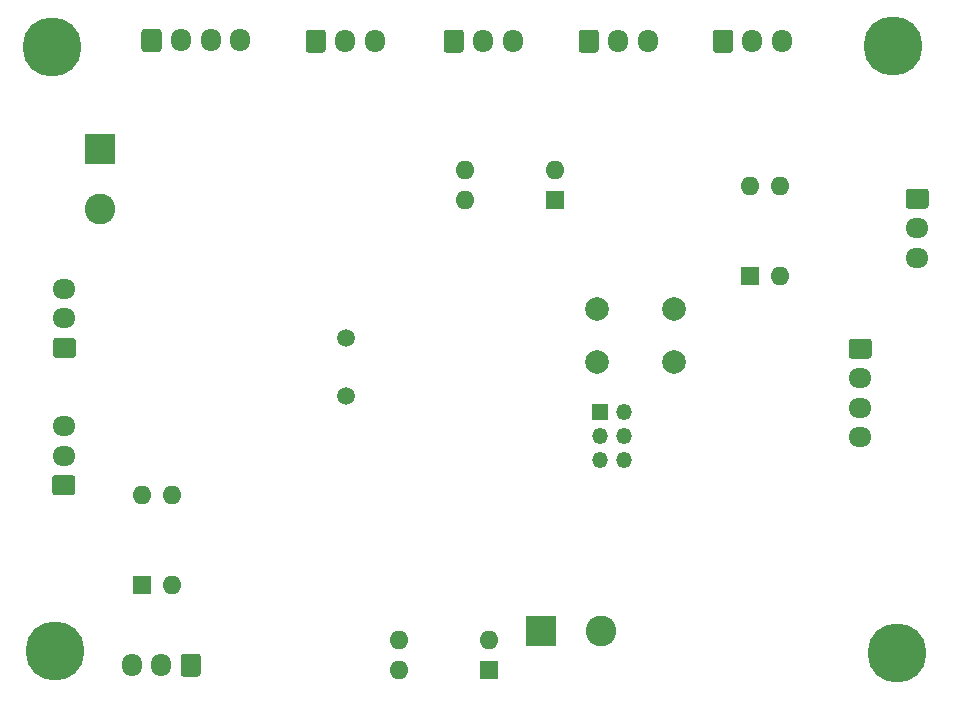
<source format=gbr>
%TF.GenerationSoftware,KiCad,Pcbnew,(5.1.8)-1*%
%TF.CreationDate,2021-09-25T16:30:51+01:00*%
%TF.ProjectId,dashboard mech press,64617368-626f-4617-9264-206d65636820,rev?*%
%TF.SameCoordinates,Original*%
%TF.FileFunction,Soldermask,Bot*%
%TF.FilePolarity,Negative*%
%FSLAX46Y46*%
G04 Gerber Fmt 4.6, Leading zero omitted, Abs format (unit mm)*
G04 Created by KiCad (PCBNEW (5.1.8)-1) date 2021-09-25 16:30:51*
%MOMM*%
%LPD*%
G01*
G04 APERTURE LIST*
%ADD10O,1.700000X1.950000*%
%ADD11C,5.000000*%
%ADD12O,1.950000X1.700000*%
%ADD13C,1.500000*%
%ADD14O,1.600000X1.600000*%
%ADD15R,1.600000X1.600000*%
%ADD16C,2.000000*%
%ADD17C,2.600000*%
%ADD18R,2.600000X2.600000*%
%ADD19O,1.350000X1.350000*%
%ADD20R,1.350000X1.350000*%
G04 APERTURE END LIST*
D10*
%TO.C,J4*%
X123197000Y-71501000D03*
X120697000Y-71501000D03*
X118197000Y-71501000D03*
G36*
G01*
X114847000Y-72226000D02*
X114847000Y-70776000D01*
G75*
G02*
X115097000Y-70526000I250000J0D01*
G01*
X116297000Y-70526000D01*
G75*
G02*
X116547000Y-70776000I0J-250000D01*
G01*
X116547000Y-72226000D01*
G75*
G02*
X116297000Y-72476000I-250000J0D01*
G01*
X115097000Y-72476000D01*
G75*
G02*
X114847000Y-72226000I0J250000D01*
G01*
G37*
%TD*%
D11*
%TO.C,H4*%
X107569000Y-123190000D03*
%TD*%
%TO.C,H3*%
X107315000Y-72072500D03*
%TD*%
%TO.C,H2*%
X178816000Y-123380500D03*
%TD*%
%TO.C,H1*%
X178498500Y-72009000D03*
%TD*%
D10*
%TO.C,J14*%
X134603500Y-71564500D03*
X132103500Y-71564500D03*
G36*
G01*
X128753500Y-72289500D02*
X128753500Y-70839500D01*
G75*
G02*
X129003500Y-70589500I250000J0D01*
G01*
X130203500Y-70589500D01*
G75*
G02*
X130453500Y-70839500I0J-250000D01*
G01*
X130453500Y-72289500D01*
G75*
G02*
X130203500Y-72539500I-250000J0D01*
G01*
X129003500Y-72539500D01*
G75*
G02*
X128753500Y-72289500I0J250000D01*
G01*
G37*
%TD*%
%TO.C,J13*%
X114022500Y-124396500D03*
X116522500Y-124396500D03*
G36*
G01*
X119872500Y-123671500D02*
X119872500Y-125121500D01*
G75*
G02*
X119622500Y-125371500I-250000J0D01*
G01*
X118422500Y-125371500D01*
G75*
G02*
X118172500Y-125121500I0J250000D01*
G01*
X118172500Y-123671500D01*
G75*
G02*
X118422500Y-123421500I250000J0D01*
G01*
X119622500Y-123421500D01*
G75*
G02*
X119872500Y-123671500I0J-250000D01*
G01*
G37*
%TD*%
%TO.C,J12*%
X146287500Y-71564500D03*
X143787500Y-71564500D03*
G36*
G01*
X140437500Y-72289500D02*
X140437500Y-70839500D01*
G75*
G02*
X140687500Y-70589500I250000J0D01*
G01*
X141887500Y-70589500D01*
G75*
G02*
X142137500Y-70839500I0J-250000D01*
G01*
X142137500Y-72289500D01*
G75*
G02*
X141887500Y-72539500I-250000J0D01*
G01*
X140687500Y-72539500D01*
G75*
G02*
X140437500Y-72289500I0J250000D01*
G01*
G37*
%TD*%
D12*
%TO.C,J11*%
X108267500Y-104156500D03*
X108267500Y-106656500D03*
G36*
G01*
X108992500Y-110006500D02*
X107542500Y-110006500D01*
G75*
G02*
X107292500Y-109756500I0J250000D01*
G01*
X107292500Y-108556500D01*
G75*
G02*
X107542500Y-108306500I250000J0D01*
G01*
X108992500Y-108306500D01*
G75*
G02*
X109242500Y-108556500I0J-250000D01*
G01*
X109242500Y-109756500D01*
G75*
G02*
X108992500Y-110006500I-250000J0D01*
G01*
G37*
%TD*%
D10*
%TO.C,J10*%
X157717500Y-71564500D03*
X155217500Y-71564500D03*
G36*
G01*
X151867500Y-72289500D02*
X151867500Y-70839500D01*
G75*
G02*
X152117500Y-70589500I250000J0D01*
G01*
X153317500Y-70589500D01*
G75*
G02*
X153567500Y-70839500I0J-250000D01*
G01*
X153567500Y-72289500D01*
G75*
G02*
X153317500Y-72539500I-250000J0D01*
G01*
X152117500Y-72539500D01*
G75*
G02*
X151867500Y-72289500I0J250000D01*
G01*
G37*
%TD*%
D12*
%TO.C,J9*%
X108331000Y-92536000D03*
X108331000Y-95036000D03*
G36*
G01*
X109056000Y-98386000D02*
X107606000Y-98386000D01*
G75*
G02*
X107356000Y-98136000I0J250000D01*
G01*
X107356000Y-96936000D01*
G75*
G02*
X107606000Y-96686000I250000J0D01*
G01*
X109056000Y-96686000D01*
G75*
G02*
X109306000Y-96936000I0J-250000D01*
G01*
X109306000Y-98136000D01*
G75*
G02*
X109056000Y-98386000I-250000J0D01*
G01*
G37*
%TD*%
D10*
%TO.C,J8*%
X169084000Y-71564500D03*
X166584000Y-71564500D03*
G36*
G01*
X163234000Y-72289500D02*
X163234000Y-70839500D01*
G75*
G02*
X163484000Y-70589500I250000J0D01*
G01*
X164684000Y-70589500D01*
G75*
G02*
X164934000Y-70839500I0J-250000D01*
G01*
X164934000Y-72289500D01*
G75*
G02*
X164684000Y-72539500I-250000J0D01*
G01*
X163484000Y-72539500D01*
G75*
G02*
X163234000Y-72289500I0J250000D01*
G01*
G37*
%TD*%
D12*
%TO.C,J5*%
X180530500Y-89899500D03*
X180530500Y-87399500D03*
G36*
G01*
X179805500Y-84049500D02*
X181255500Y-84049500D01*
G75*
G02*
X181505500Y-84299500I0J-250000D01*
G01*
X181505500Y-85499500D01*
G75*
G02*
X181255500Y-85749500I-250000J0D01*
G01*
X179805500Y-85749500D01*
G75*
G02*
X179555500Y-85499500I0J250000D01*
G01*
X179555500Y-84299500D01*
G75*
G02*
X179805500Y-84049500I250000J0D01*
G01*
G37*
%TD*%
D13*
%TO.C,Y1*%
X132143500Y-101590500D03*
X132143500Y-96710500D03*
%TD*%
D14*
%TO.C,U5*%
X136652000Y-124841000D03*
X144272000Y-122301000D03*
X136652000Y-122301000D03*
D15*
X144272000Y-124841000D03*
%TD*%
D14*
%TO.C,U4*%
X114871500Y-109982000D03*
X117411500Y-117602000D03*
X117411500Y-109982000D03*
D15*
X114871500Y-117602000D03*
%TD*%
D14*
%TO.C,U3*%
X166370000Y-83820000D03*
X168910000Y-91440000D03*
X168910000Y-83820000D03*
D15*
X166370000Y-91440000D03*
%TD*%
D14*
%TO.C,U2*%
X142240000Y-85026500D03*
X149860000Y-82486500D03*
X142240000Y-82486500D03*
D15*
X149860000Y-85026500D03*
%TD*%
D16*
%TO.C,SW1*%
X159916000Y-94234000D03*
X159916000Y-98734000D03*
X153416000Y-94234000D03*
X153416000Y-98734000D03*
%TD*%
D12*
%TO.C,J6*%
X175704500Y-105099500D03*
X175704500Y-102599500D03*
X175704500Y-100099500D03*
G36*
G01*
X174979500Y-96749500D02*
X176429500Y-96749500D01*
G75*
G02*
X176679500Y-96999500I0J-250000D01*
G01*
X176679500Y-98199500D01*
G75*
G02*
X176429500Y-98449500I-250000J0D01*
G01*
X174979500Y-98449500D01*
G75*
G02*
X174729500Y-98199500I0J250000D01*
G01*
X174729500Y-96999500D01*
G75*
G02*
X174979500Y-96749500I250000J0D01*
G01*
G37*
%TD*%
D17*
%TO.C,J3*%
X111315500Y-85788500D03*
D18*
X111315500Y-80708500D03*
%TD*%
D17*
%TO.C,J2*%
X153797000Y-121539000D03*
D18*
X148717000Y-121539000D03*
%TD*%
D19*
%TO.C,J1*%
X155670000Y-106997000D03*
X153670000Y-106997000D03*
X155670000Y-104997000D03*
X153670000Y-104997000D03*
X155670000Y-102997000D03*
D20*
X153670000Y-102997000D03*
%TD*%
M02*

</source>
